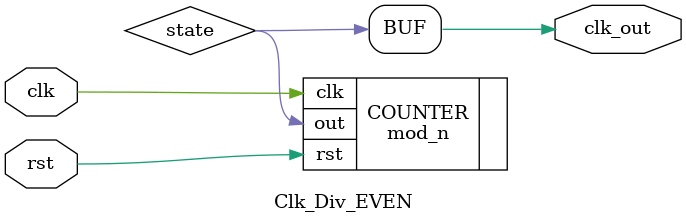
<source format=v>
`timescale 1ns / 1ps

module Clk_Div_EVEN(clk,rst,clk_out);

    parameter N = 2;       //frequency divider number
    
    input  wire clk;
    input  wire rst;
    output wire clk_out;
    
    wire [0 : $clog2(N)-1]state;
    
    mod_n COUNTER (.clk(clk), .rst(rst), .out(state));
    
    assign clk_out = state[0];

endmodule
    

</source>
